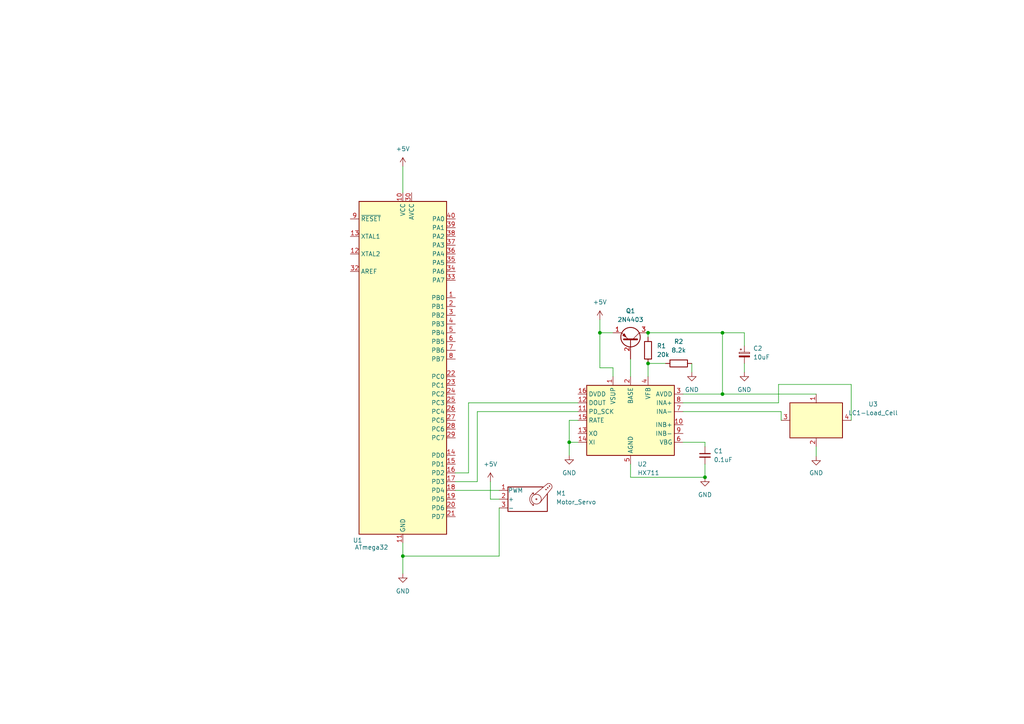
<source format=kicad_sch>
(kicad_sch (version 20211123) (generator eeschema)
  (paper "A4")
  (lib_symbols
    (symbol "Analog:LC1-Load_Cell"
      (property "Reference" "U" (at 3.81 11.43 0))
      (property "Value" "LC1-Load_Cell" (at 11.43 8.89 0))
      (symbol "LC1-Load_Cell_0_1"
        (rectangle (start -7.62 5.08) (end 7.62 -5.08) (stroke (width 0.254)) (fill (type background)))
      )
      (symbol "LC1-Load_Cell_1_1"
        (pin output line (at 0 7.62 270) (length 2.54) (name "") (number "1"))
        (pin output line (at 0 -7.62 90) (length 2.54) (name "") (number "2"))
        (pin output line (at -10.16 0 0) (length 2.54) (name "") (number "3"))
        (pin output line (at 10.16 0 180) (length 2.54) (name "") (number "4"))
      )
    )
    (symbol "Device:C_Polarized_Small" (pin_numbers hide) (pin_names (offset 0.254) hide)
      (property "Reference" "C" (at 0.254 1.778 0))
      (property "Value" "C_Polarized_Small" (at 0.254 -2.032 0))
      (symbol "C_Polarized_Small_0_1"
        (rectangle (start -1.524 -0.3048) (end 1.524 -0.6858) (fill (type outline)))
        (rectangle (start -1.524 0.6858) (end 1.524 0.3048))
        (polyline (pts (xy -1.27 1.524) (xy -0.762 1.524)))
        (polyline (pts (xy -1.016 1.27) (xy -1.016 1.778)))
      )
      (symbol "C_Polarized_Small_1_1"
        (pin passive line (at 0 2.54 270) (length 1.8542) (name "~") (number "1"))
        (pin passive line (at 0 -2.54 90) (length 1.8542) (name "~") (number "2"))
      )
    )
    (symbol "Device:C_Small" (pin_numbers hide) (pin_names (offset 0.254) hide)
      (property "Reference" "C" (at 0.254 1.778 0))
      (property "Value" "C_Small" (at 0.254 -2.032 0))
      (symbol "C_Small_0_1"
        (polyline (pts (xy -1.524 -0.508) (xy 1.524 -0.508)) (stroke (width 0.3302)))
        (polyline (pts (xy -1.524 0.508) (xy 1.524 0.508)) (stroke (width 0.3048)))
      )
      (symbol "C_Small_1_1"
        (pin passive line (at 0 2.54 270) (length 2.032) (name "~") (number "1"))
        (pin passive line (at 0 -2.54 90) (length 2.032) (name "~") (number "2"))
      )
    )
    (symbol "Device:R" (pin_numbers hide) (pin_names (offset 0))
      (property "Reference" "R" (at 2.032 0 90))
      (property "Value" "R" (at 0 0 90))
      (symbol "R_0_1"
        (rectangle (start -1.016 -2.54) (end 1.016 2.54) (stroke (width 0.254)))
      )
      (symbol "R_1_1"
        (pin passive line (at 0 3.81 270) (length 1.27) (name "~") (number "1"))
        (pin passive line (at 0 -3.81 90) (length 1.27) (name "~") (number "2"))
      )
    )
    (symbol "MCU_Microchip_ATmega:ATmega32A-P"
      (property "Reference" "U" (at -12.7 49.53 0))
      (property "Value" "ATmega32A-P" (at 2.54 -49.53 0))
      (symbol "ATmega32A-P_0_1"
        (rectangle (start -12.7 -48.26) (end 12.7 48.26) (stroke (width 0.254)) (fill (type background)))
      )
      (symbol "ATmega32A-P_1_1"
        (pin bidirectional line (at 15.24 20.32 180) (length 2.54) (name "PB0") (number "1"))
        (pin power_in line (at 0 50.8 270) (length 2.54) (name "VCC") (number "10"))
        (pin power_in line (at 0 -50.8 90) (length 2.54) (name "GND") (number "11"))
        (pin output line (at -15.24 33.02 0) (length 2.54) (name "XTAL2") (number "12"))
        (pin input line (at -15.24 38.1 0) (length 2.54) (name "XTAL1") (number "13"))
        (pin bidirectional line (at 15.24 -25.4 180) (length 2.54) (name "PD0") (number "14"))
        (pin bidirectional line (at 15.24 -27.94 180) (length 2.54) (name "PD1") (number "15"))
        (pin bidirectional line (at 15.24 -30.48 180) (length 2.54) (name "PD2") (number "16"))
        (pin bidirectional line (at 15.24 -33.02 180) (length 2.54) (name "PD3") (number "17"))
        (pin bidirectional line (at 15.24 -35.56 180) (length 2.54) (name "PD4") (number "18"))
        (pin bidirectional line (at 15.24 -38.1 180) (length 2.54) (name "PD5") (number "19"))
        (pin bidirectional line (at 15.24 17.78 180) (length 2.54) (name "PB1") (number "2"))
        (pin bidirectional line (at 15.24 -40.64 180) (length 2.54) (name "PD6") (number "20"))
        (pin bidirectional line (at 15.24 -43.18 180) (length 2.54) (name "PD7") (number "21"))
        (pin bidirectional line (at 15.24 -2.54 180) (length 2.54) (name "PC0") (number "22"))
        (pin bidirectional line (at 15.24 -5.08 180) (length 2.54) (name "PC1") (number "23"))
        (pin bidirectional line (at 15.24 -7.62 180) (length 2.54) (name "PC2") (number "24"))
        (pin bidirectional line (at 15.24 -10.16 180) (length 2.54) (name "PC3") (number "25"))
        (pin bidirectional line (at 15.24 -12.7 180) (length 2.54) (name "PC4") (number "26"))
        (pin bidirectional line (at 15.24 -15.24 180) (length 2.54) (name "PC5") (number "27"))
        (pin bidirectional line (at 15.24 -17.78 180) (length 2.54) (name "PC6") (number "28"))
        (pin bidirectional line (at 15.24 -20.32 180) (length 2.54) (name "PC7") (number "29"))
        (pin bidirectional line (at 15.24 15.24 180) (length 2.54) (name "PB2") (number "3"))
        (pin power_in line (at 2.54 50.8 270) (length 2.54) (name "AVCC") (number "30"))
        (pin passive line (at 0 -50.8 90) (length 2.54) hide (name "GND") (number "31"))
        (pin passive line (at -15.24 27.94 0) (length 2.54) (name "AREF") (number "32"))
        (pin bidirectional line (at 15.24 25.4 180) (length 2.54) (name "PA7") (number "33"))
        (pin bidirectional line (at 15.24 27.94 180) (length 2.54) (name "PA6") (number "34"))
        (pin bidirectional line (at 15.24 30.48 180) (length 2.54) (name "PA5") (number "35"))
        (pin bidirectional line (at 15.24 33.02 180) (length 2.54) (name "PA4") (number "36"))
        (pin bidirectional line (at 15.24 35.56 180) (length 2.54) (name "PA3") (number "37"))
        (pin bidirectional line (at 15.24 38.1 180) (length 2.54) (name "PA2") (number "38"))
        (pin bidirectional line (at 15.24 40.64 180) (length 2.54) (name "PA1") (number "39"))
        (pin bidirectional line (at 15.24 12.7 180) (length 2.54) (name "PB3") (number "4"))
        (pin bidirectional line (at 15.24 43.18 180) (length 2.54) (name "PA0") (number "40"))
        (pin bidirectional line (at 15.24 10.16 180) (length 2.54) (name "PB4") (number "5"))
        (pin bidirectional line (at 15.24 7.62 180) (length 2.54) (name "PB5") (number "6"))
        (pin bidirectional line (at 15.24 5.08 180) (length 2.54) (name "PB6") (number "7"))
        (pin bidirectional line (at 15.24 2.54 180) (length 2.54) (name "PB7") (number "8"))
        (pin input line (at -15.24 43.18 0) (length 2.54) (name "~{RESET}") (number "9"))
      )
    )
    (symbol "Motor:Motor_Servo" (pin_names (offset 0.0254))
      (property "Reference" "M" (at -5.08 4.445 0))
      (property "Value" "Motor_Servo" (at -5.08 -4.064 0))
      (symbol "Motor_Servo_0_1"
        (polyline (pts (xy 2.413 -1.778) (xy 2.032 -1.778)))
        (polyline (pts (xy 2.413 -1.778) (xy 2.286 -1.397)))
        (polyline (pts (xy 2.413 1.778) (xy 1.905 1.778)))
        (polyline (pts (xy 2.413 1.778) (xy 2.286 1.397)))
        (polyline (pts (xy 6.35 4.445) (xy 2.54 1.27)))
        (polyline (pts (xy 7.62 3.175) (xy 4.191 -1.016)))
        (polyline (pts (xy 5.08 3.556) (xy -5.08 3.556) (xy -5.08 -3.556) (xy 6.35 -3.556) (xy 6.35 1.524)) (stroke (width 0.254)))
        (arc (start 2.413 1.778) (mid 1.2406 0) (end 2.413 -1.778))
        (circle (center 3.175 0) (radius 0.1778))
        (circle (center 3.175 0) (radius 1.4224))
        (circle (center 5.969 2.794) (radius 0.127))
        (circle (center 6.477 3.302) (radius 0.127))
        (circle (center 6.985 3.81) (radius 0.127))
        (arc (start 7.62 3.175) (mid 7.4485 4.2735) (end 6.35 4.445))
      )
      (symbol "Motor_Servo_1_1"
        (pin passive line (at -7.62 2.54 0) (length 2.54) (name "PWM") (number "1"))
        (pin passive line (at -7.62 0 0) (length 2.54) (name "+") (number "2"))
        (pin passive line (at -7.62 -2.54 0) (length 2.54) (name "-") (number "3"))
      )
    )
    (symbol "Sensor_Current:HX711"
      (property "Reference" "U?" (at 7.0994 -15.24 0))
      (property "Value" "HX711" (at 7.0994 -17.78 0))
      (symbol "HX711_0_1"
        (rectangle (start -7.62 7.62) (end 17.78 -12.7) (stroke (width 0.254)) (fill (type background)))
      )
      (symbol "HX711_1_1"
        (pin input line (at 0 10.16 270) (length 2.54) (name "VSUP") (number "1"))
        (pin output line (at 20.32 -3.81 180) (length 2.54) (name "INB+") (number "10"))
        (pin passive line (at -10.16 0 0) (length 2.54) (name "PD_SCK") (number "11"))
        (pin passive line (at -10.16 2.54 0) (length 2.54) (name "DOUT") (number "12"))
        (pin passive line (at -10.16 -6.35 0) (length 2.54) (name "XO") (number "13"))
        (pin passive line (at -10.16 -8.89 0) (length 2.54) (name "XI") (number "14"))
        (pin passive line (at -10.16 -2.54 0) (length 2.54) (name "RATE") (number "15"))
        (pin passive line (at -10.16 5.08 0) (length 2.54) (name "DVDD") (number "16"))
        (pin output line (at 5.08 10.16 270) (length 2.54) (name "BASE") (number "2"))
        (pin output line (at 20.32 5.08 180) (length 2.54) (name "AVDD") (number "3"))
        (pin input line (at 10.16 10.16 270) (length 2.54) (name "VFB") (number "4"))
        (pin power_in line (at 5.08 -15.24 90) (length 2.54) (name "AGND") (number "5"))
        (pin output line (at 20.32 -8.89 180) (length 2.54) (name "VBG") (number "6"))
        (pin output line (at 20.32 0 180) (length 2.54) (name "INA-") (number "7"))
        (pin output line (at 20.32 2.54 180) (length 2.54) (name "INA+") (number "8"))
        (pin output line (at 20.32 -6.35 180) (length 2.54) (name "INB-") (number "9"))
      )
    )
    (symbol "Transistor_BJT:2N3906" (pin_names (offset 0) hide)
      (property "Reference" "Q" (at 5.08 1.905 0))
      (property "Value" "2N3906" (at 5.08 0 0))
      (symbol "2N3906_0_1"
        (polyline (pts (xy 0.635 0.635) (xy 2.54 2.54)))
        (polyline (pts (xy 0.635 -0.635) (xy 2.54 -2.54) (xy 2.54 -2.54)))
        (polyline (pts (xy 0.635 1.905) (xy 0.635 -1.905) (xy 0.635 -1.905)) (stroke (width 0.508)))
        (polyline (pts (xy 2.286 -1.778) (xy 1.778 -2.286) (xy 1.27 -1.27) (xy 2.286 -1.778) (xy 2.286 -1.778)) (fill (type outline)))
        (circle (center 1.27 0) (radius 2.8194) (stroke (width 0.254)))
      )
      (symbol "2N3906_1_1"
        (pin passive line (at 2.54 -5.08 90) (length 2.54) (name "E") (number "1"))
        (pin input line (at -5.08 0 0) (length 5.715) (name "B") (number "2"))
        (pin passive line (at 2.54 5.08 270) (length 2.54) (name "C") (number "3"))
      )
    )
    (symbol "power:+5V" (power) (pin_names (offset 0))
      (property "Value" "+5V" (at 0 3.556 0))
      (symbol "+5V_0_1"
        (polyline (pts (xy -0.762 1.27) (xy 0 2.54)))
        (polyline (pts (xy 0 0) (xy 0 2.54)))
        (polyline (pts (xy 0 2.54) (xy 0.762 1.27)))
      )
      (symbol "+5V_1_1"
        (pin power_in line (at 0 0 90) (length 0) hide (name "+5V") (number "1"))
      )
    )
    (symbol "power:GND" (power) (pin_names (offset 0))
      (property "Value" "GND" (at 0 -3.81 0))
      (symbol "GND_0_1"
        (polyline (pts (xy 0 0) (xy 0 -1.27) (xy 1.27 -1.27) (xy 0 -2.54) (xy -1.27 -1.27) (xy 0 -1.27)))
      )
      (symbol "GND_1_1"
        (pin power_in line (at 0 0 270) (length 0) hide (name "GND") (number "1"))
      )
    )
  )
  (junction (at 187.96 96.52))
  (junction (at 209.55 96.52))
  (junction (at 165.1 128.27))
  (junction (at 173.99 96.52))
  (junction (at 209.55 114.3))
  (junction (at 187.96 105.41))
  (junction (at 116.84 161.29))
  (junction (at 204.47 138.43))
  (wire (pts (xy 135.89 137.16) (xy 132.08 137.16)))
  (wire (pts (xy 173.99 106.68) (xy 173.99 96.52)))
  (wire (pts (xy 236.728 129.54) (xy 236.728 132.334)))
  (wire (pts (xy 187.96 105.41) (xy 193.04 105.41)))
  (wire (pts (xy 187.96 105.41) (xy 187.96 109.22)))
  (wire (pts (xy 142.24 144.78) (xy 144.78 144.78)))
  (wire (pts (xy 142.24 139.7) (xy 142.24 144.78)))
  (wire (pts (xy 167.64 121.92) (xy 165.1 121.92)))
  (wire (pts (xy 135.89 116.84) (xy 135.89 137.16)))
  (wire (pts (xy 198.12 116.84) (xy 225.806 116.84)))
  (wire (pts (xy 182.88 138.43) (xy 204.47 138.43)))
  (wire (pts (xy 167.64 119.38) (xy 138.43 119.38)))
  (wire (pts (xy 187.96 96.52) (xy 209.55 96.52)))
  (wire (pts (xy 246.888 111.506) (xy 246.888 121.92)))
  (wire (pts (xy 165.1 128.27) (xy 165.1 132.08)))
  (wire (pts (xy 177.8 109.22) (xy 177.8 106.68)))
  (wire (pts (xy 177.8 106.68) (xy 173.99 106.68)))
  (wire (pts (xy 144.78 147.32) (xy 144.78 161.29)))
  (wire (pts (xy 116.84 48.26) (xy 116.84 55.88)))
  (wire (pts (xy 209.55 114.3) (xy 236.728 114.3)))
  (wire (pts (xy 198.12 128.27) (xy 204.47 128.27)))
  (wire (pts (xy 204.47 128.27) (xy 204.47 129.54)))
  (wire (pts (xy 215.9 105.41) (xy 215.9 107.95)))
  (wire (pts (xy 204.47 134.62) (xy 204.47 138.43)))
  (wire (pts (xy 182.88 104.14) (xy 182.88 109.22)))
  (wire (pts (xy 226.568 119.38) (xy 226.568 121.92)))
  (wire (pts (xy 200.66 105.41) (xy 200.66 107.95)))
  (wire (pts (xy 116.84 157.48) (xy 116.84 161.29)))
  (wire (pts (xy 225.806 116.84) (xy 225.806 111.506)))
  (wire (pts (xy 209.55 96.52) (xy 215.9 96.52)))
  (wire (pts (xy 138.43 119.38) (xy 138.43 139.7)))
  (wire (pts (xy 173.99 96.52) (xy 177.8 96.52)))
  (wire (pts (xy 144.78 161.29) (xy 116.84 161.29)))
  (wire (pts (xy 165.1 128.27) (xy 167.64 128.27)))
  (wire (pts (xy 225.806 111.506) (xy 246.888 111.506)))
  (wire (pts (xy 138.43 139.7) (xy 132.08 139.7)))
  (wire (pts (xy 198.12 114.3) (xy 209.55 114.3)))
  (wire (pts (xy 167.64 116.84) (xy 135.89 116.84)))
  (wire (pts (xy 182.88 134.62) (xy 182.88 138.43)))
  (wire (pts (xy 215.9 96.52) (xy 215.9 100.33)))
  (wire (pts (xy 198.12 119.38) (xy 226.568 119.38)))
  (wire (pts (xy 187.96 96.52) (xy 187.96 97.79)))
  (wire (pts (xy 116.84 161.29) (xy 116.84 166.37)))
  (wire (pts (xy 173.99 96.52) (xy 173.99 92.71)))
  (wire (pts (xy 165.1 121.92) (xy 165.1 128.27)))
  (wire (pts (xy 132.08 142.24) (xy 144.78 142.24)))
  (wire (pts (xy 209.55 114.3) (xy 209.55 96.52)))
  (symbol (lib_id "power:GND") (at 116.84 166.37 0) (unit 1)
    (property "Reference" "#PWR01" (effects hide))
    (property "Value" "GND" (at 116.84 171.45 0))
  )
  (symbol (lib_id "power:+5V") (at 173.99 92.71 0) (unit 1)
    (property "Reference" "#PWR04" (effects hide))
    (property "Value" "+5V" (at 173.99 87.63 0))
  )
  (symbol (lib_id "Transistor_BJT:2N3906") (at 182.88 99.06 270) (mirror x) (unit 1)
    (property "Reference" "Q1" (at 182.88 90.17 90))
    (property "Value" "2N4403" (at 182.88 92.71 90))
    (property "Footprint" "Package_TO_SOT_THT:TO-92_Inline" (effects hide))
    (property "Datasheet" "https://www.onsemi.com/pub/Collateral/2N3906-D.PDF" (effects hide))
  )
  (symbol (lib_id "Device:R") (at 187.96 101.6 0) (unit 1)
    (property "Reference" "R1" (at 190.5 100.3299 0) (effects (justify left)))
    (property "Value" "20k" (at 190.5 102.8699 0) (effects (justify left)))
  )
  (symbol (lib_id "power:GND") (at 215.9 107.95 0) (unit 1)
    (property "Reference" "#PWR07" (effects hide))
    (property "Value" "GND" (at 215.9 113.03 0))
  )
  (symbol (lib_id "Device:C_Polarized_Small") (at 215.9 102.87 0) (unit 1)
    (property "Reference" "C2" (at 218.44 101.0538 0) (effects (justify left)))
    (property "Value" "10uF" (at 218.44 103.5938 0) (effects (justify left)))
  )
  (symbol (lib_id "power:GND") (at 236.728 132.334 0) (unit 1)
    (property "Reference" "#PWR?" (effects hide))
    (property "Value" "GND" (at 236.728 137.16 0))
  )
  (symbol (lib_id "Device:C_Small") (at 204.47 132.08 0) (unit 1)
    (property "Reference" "C1" (at 207.01 130.8162 0) (effects (justify left)))
    (property "Value" "0.1uF" (at 207.01 133.3562 0) (effects (justify left)))
  )
  (symbol (lib_id "power:GND") (at 204.47 138.43 0) (unit 1)
    (property "Reference" "#PWR06" (effects hide))
    (property "Value" "GND" (at 204.47 143.51 0))
  )
  (symbol (lib_id "power:+5V") (at 142.24 139.7 0) (unit 1)
    (property "Reference" "#PWR02" (effects hide))
    (property "Value" "+5V" (at 142.24 134.62 0))
  )
  (symbol (lib_id "Motor:Motor_Servo") (at 152.4 144.78 0) (unit 1)
    (property "Reference" "M1" (at 161.29 143.0765 0) (effects (justify left)))
    (property "Value" "Motor_Servo" (at 161.29 145.6165 0) (effects (justify left)))
    (property "Datasheet" "http://forums.parallax.com/uploads/attachments/46831/74481.png" (effects hide))
  )
  (symbol (lib_id "MCU_Microchip_ATmega:ATmega32A-P") (at 116.84 106.68 0) (unit 1)
    (property "Reference" "U1" (at 102.3494 156.718 0) (effects (justify left)))
    (property "Value" "ATmega32" (at 102.87 158.75 0) (effects (justify left)))
    (property "Footprint" "Package_DIP:DIP-40_W15.24mm" (effects hide))
    (property "Datasheet" "http://ww1.microchip.com/downloads/en/DeviceDoc/atmel-8155-8-bit-microcontroller-avr-atmega32a_datasheet.pdf" (effects hide))
  )
  (symbol (lib_id "Analog:LC1-Load_Cell") (at 236.728 121.92 0) (unit 1)
    (property "Reference" "U3" (at 253.238 117.221 0))
    (property "Value" "LC1-Load_Cell" (at 253.238 119.761 0))
    (property "Footprint" "Package_TO_SOT_SMD:SOT-23-6" (effects hide))
    (property "Datasheet" "https://www.ti.com/lit/ds/symlink/adc101c021.pdf" (effects hide))
  )
  (symbol (lib_id "power:GND") (at 165.1 132.08 0) (unit 1)
    (property "Reference" "#PWR03" (effects hide))
    (property "Value" "GND" (at 165.1 137.16 0))
  )
  (symbol (lib_id "power:+5V") (at 116.84 48.26 0) (unit 1)
    (property "Reference" "#PWR?" (effects hide))
    (property "Value" "+5V" (at 116.84 43.18 0))
  )
  (symbol (lib_id "Sensor_Current:HX711") (at 177.8 119.38 0) (unit 1)
    (property "Reference" "U2" (at 184.8994 134.62 0) (effects (justify left)))
    (property "Value" "HX711" (at 184.8994 137.16 0) (effects (justify left)))
    (property "Footprint" "Sensor_Current:LEM_HX50-P-SP2" (effects hide))
    (property "Datasheet" "https://www.lem.com/sites/default/files/products_datasheets/hx%203_50-p_sp2_e%20v07.pdf" (effects hide))
  )
  (symbol (lib_id "Device:R") (at 196.85 105.41 90) (unit 1)
    (property "Reference" "R2" (at 196.85 99.06 90))
    (property "Value" "8.2k" (at 196.85 101.6 90))
  )
  (symbol (lib_id "power:GND") (at 200.66 107.95 0) (unit 1)
    (property "Reference" "#PWR05" (effects hide))
    (property "Value" "GND" (at 200.66 113.03 0))
  )
)
</source>
